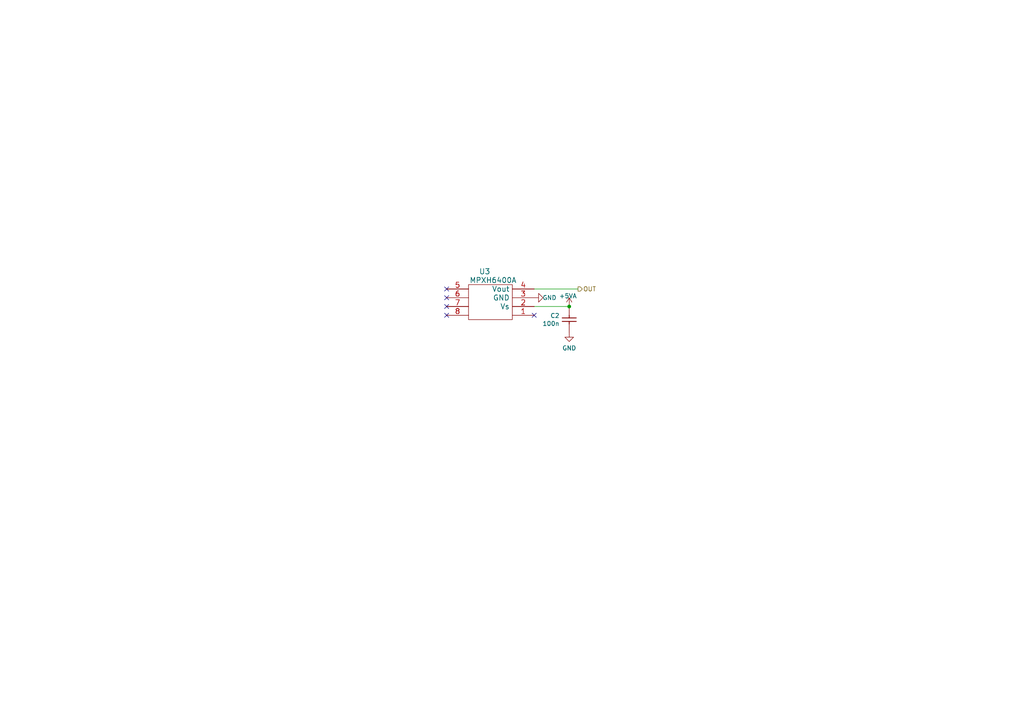
<source format=kicad_sch>
(kicad_sch (version 20230121) (generator eeschema)
  (paper "A4")
  (lib_symbols
    (symbol "MPX-4_MAP:MPX4_MAP" (pin_names (offset 0.762))
      (property "Reference" "U1" (at 3.2512 -11.7856 0))
      (property "Value" "MPXH6400A" (at -1.8288 -9.0932 0))
      (symbol "MPX4_MAP_0_1"
        (rectangle (start -2.54 7.62) (end 10.16 -2.54))
      )
      (symbol "MPX4_MAP_1_1"
        (pin passive line (at -8.89 6.35 0) (length 6.35) (name "") (number "1"))
        (pin passive line (at -8.89 3.81 0) (length 6.35) (name "Vs") (number "2"))
        (pin passive line (at -8.89 1.27 0) (length 6.35) (name "GND") (number "3"))
        (pin passive line (at -8.89 -1.27 0) (length 6.35) (name "Vout") (number "4"))
        (pin passive line (at 16.51 -1.27 180) (length 6.35) (name "") (number "5"))
        (pin passive line (at 16.51 1.27 180) (length 6.35) (name "") (number "6"))
        (pin passive line (at 16.51 3.81 180) (length 6.35) (name "") (number "7"))
        (pin passive line (at 16.51 6.35 180) (length 6.35) (name "") (number "8"))
      )
    )
    (symbol "hellen-one-common:Cap" (pin_numbers hide)
      (property "Reference" "C" (at -3.81 2.54 0))
      (property "Value" "Cap" (at -2.54 -1.27 0))
      (symbol "Cap_1_0"
        (polyline (pts (xy -1.27 0) (xy -0.508 0)) (stroke (width 0.254)))
        (polyline (pts (xy -0.508 -2.032) (xy -0.508 2.032)) (stroke (width 0.254)))
        (polyline (pts (xy 0.508 2.032) (xy 0.508 -2.032)) (stroke (width 0.254)))
        (polyline (pts (xy 1.27 0) (xy 0.508 0)) (stroke (width 0.254)))
        (pin passive line (at -3.81 0 0) (length 2.54) (name "") (number "1"))
        (pin passive line (at 3.81 0 180) (length 2.54) (name "") (number "2"))
      )
    )
    (symbol "power:+5VA" (power) (pin_names (offset 0))
      (property "Value" "+5VA" (at 0 3.556 0))
      (symbol "+5VA_0_1"
        (polyline (pts (xy -0.762 1.27) (xy 0 2.54)))
        (polyline (pts (xy 0 0) (xy 0 2.54)))
        (polyline (pts (xy 0 2.54) (xy 0.762 1.27)))
      )
      (symbol "+5VA_1_1"
        (pin power_in line (at 0 0 90) (length 0) hide (name "+5VA") (number "1"))
      )
    )
    (symbol "power:GND" (power) (pin_names (offset 0))
      (property "Value" "GND" (at 0 -3.81 0))
      (symbol "GND_0_1"
        (polyline (pts (xy 0 0) (xy 0 -1.27) (xy 1.27 -1.27) (xy 0 -2.54) (xy -1.27 -1.27) (xy 0 -1.27)))
      )
      (symbol "GND_1_1"
        (pin power_in line (at 0 0 270) (length 0) hide (name "GND") (number "1"))
      )
    )
  )
  (junction (at 165.1 88.9))
  (no_connect (at 129.54 83.82))
  (no_connect (at 129.54 91.44))
  (no_connect (at 129.54 88.9))
  (no_connect (at 129.54 86.36))
  (no_connect (at 154.94 91.44))
  (wire (pts (xy 165.1 88.9) (xy 154.94 88.9)))
  (wire (pts (xy 154.94 83.82) (xy 167.64 83.82)))
  (hierarchical_label "OUT" (shape output) (at 167.64 83.82 0))
  (symbol (lib_id "power:GND") (at 154.94 86.36 90) (mirror x) (unit 1)
    (property "Reference" "#PWR041" (effects hide))
    (property "Value" "GND" (at 159.385 86.36 90))
    (instances (project "alphax_4ch" (path "" (reference "#PWR041") (unit 1)) (path "" (reference "#PWR037") (unit 1))))
  )
  (symbol (lib_id "MPX-4_MAP:MPX4_MAP") (at 146.05 85.09 180) (unit 1)
    (property "Reference" "U3" (at 142.24 78.74 0) (effects (font (size 1.524 1.524)) (justify left)))
    (property "Value" "MPXH6400A" (at 149.86 81.28 0) (effects (font (size 1.524 1.524)) (justify left)))
    (property "Footprint" "hellen-one-common:MPXH6400A-SSOP8" (effects hide))
    (property "LCSC" "C511770" (effects hide))
  )
  (symbol (lib_id "power:GND") (at 165.1 96.52 0) (mirror y) (unit 1)
    (property "Reference" "#PWR047" (effects hide))
    (property "Value" "GND" (at 165.1 100.965 0))
    (instances (project "alphax_4ch" (path "" (reference "#PWR047") (unit 1)) (path "" (reference "#PWR041") (unit 1))))
  )
  (symbol (lib_id "power:+5VA") (at 165.1 88.9 0) (mirror y) (unit 1)
    (property "Reference" "#PWR0115" (effects hide))
    (property "Value" "+5VA" (at 164.7317 85.8456 0))
    (instances (project "alphax_4ch" (path "" (reference "#PWR0115") (unit 1)) (path "" (reference "#PWR040") (unit 1))))
  )
  (symbol (lib_id "hellen-one-common:Cap") (at 165.1 92.71 270) (mirror x) (unit 1)
    (property "Reference" "C2" (at 162.3059 91.5606 90) (effects (justify right)))
    (property "Value" "100n" (at 162.3059 93.8593 90) (effects (justify right)))
    (property "Footprint" "hellen-one-common:C0603" (effects hide))
    (property "LCSC" "C14663" (effects hide))
  )
)
</source>
